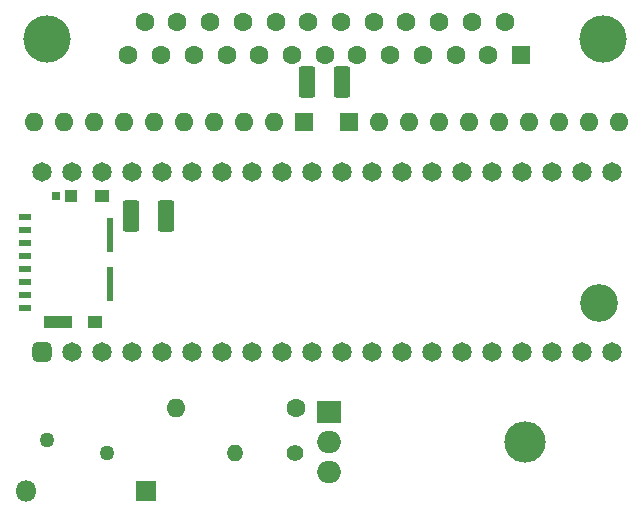
<source format=gbr>
%TF.GenerationSoftware,KiCad,Pcbnew,(6.0.2)*%
%TF.CreationDate,2022-04-06T14:17:41-06:00*%
%TF.ProjectId,DB25m_F4_THTV1,44423235-6d5f-4463-945f-54485456312e,rev?*%
%TF.SameCoordinates,Original*%
%TF.FileFunction,Soldermask,Bot*%
%TF.FilePolarity,Negative*%
%FSLAX46Y46*%
G04 Gerber Fmt 4.6, Leading zero omitted, Abs format (unit mm)*
G04 Created by KiCad (PCBNEW (6.0.2)) date 2022-04-06 14:17:41*
%MOMM*%
%LPD*%
G01*
G04 APERTURE LIST*
G04 Aperture macros list*
%AMRoundRect*
0 Rectangle with rounded corners*
0 $1 Rounding radius*
0 $2 $3 $4 $5 $6 $7 $8 $9 X,Y pos of 4 corners*
0 Add a 4 corners polygon primitive as box body*
4,1,4,$2,$3,$4,$5,$6,$7,$8,$9,$2,$3,0*
0 Add four circle primitives for the rounded corners*
1,1,$1+$1,$2,$3*
1,1,$1+$1,$4,$5*
1,1,$1+$1,$6,$7*
1,1,$1+$1,$8,$9*
0 Add four rect primitives between the rounded corners*
20,1,$1+$1,$2,$3,$4,$5,0*
20,1,$1+$1,$4,$5,$6,$7,0*
20,1,$1+$1,$6,$7,$8,$9,0*
20,1,$1+$1,$8,$9,$2,$3,0*%
G04 Aperture macros list end*
%ADD10C,3.200000*%
%ADD11C,1.270000*%
%ADD12RoundRect,0.412500X0.412500X-0.412500X0.412500X0.412500X-0.412500X0.412500X-0.412500X-0.412500X0*%
%ADD13C,1.650000*%
%ADD14C,1.600000*%
%ADD15O,1.600000X1.600000*%
%ADD16C,1.400000*%
%ADD17O,1.400000X1.400000*%
%ADD18R,1.600000X1.600000*%
%ADD19O,3.500000X3.500000*%
%ADD20R,2.000000X1.905000*%
%ADD21O,2.000000X1.905000*%
%ADD22R,1.800000X1.800000*%
%ADD23O,1.800000X1.800000*%
%ADD24C,4.000000*%
%ADD25RoundRect,0.250001X0.462499X1.074999X-0.462499X1.074999X-0.462499X-1.074999X0.462499X-1.074999X0*%
%ADD26R,0.550000X2.910000*%
%ADD27R,1.000000X0.500000*%
%ADD28R,0.780000X0.720000*%
%ADD29R,1.200000X1.050000*%
%ADD30R,2.390000X1.050000*%
%ADD31R,1.080000X1.050000*%
%ADD32RoundRect,0.250001X-0.462499X-1.074999X0.462499X-1.074999X0.462499X1.074999X-0.462499X1.074999X0*%
G04 APERTURE END LIST*
D10*
%TO.C,REF\u002A\u002A*%
X153421080Y-82265520D03*
%TD*%
D11*
%TO.C,F1*%
X106710000Y-93810000D03*
X111790000Y-94953000D03*
%TD*%
D12*
%TO.C,BP1*%
X106235500Y-86362540D03*
D13*
X108775500Y-86362540D03*
X111315500Y-86362540D03*
X113855500Y-86362540D03*
X116395500Y-86362540D03*
X118935500Y-86362540D03*
X121475500Y-86362540D03*
X124015500Y-86362540D03*
X126555500Y-86362540D03*
X129095500Y-86362540D03*
X131635500Y-86362540D03*
X134175500Y-86362540D03*
X136715500Y-86362540D03*
X139255500Y-86362540D03*
X141795500Y-86362540D03*
X144335500Y-86362540D03*
X146875500Y-86362540D03*
X149415500Y-86362540D03*
X151955500Y-86362540D03*
X154495500Y-86362540D03*
X154495500Y-71122540D03*
X151955500Y-71122540D03*
X149415500Y-71122540D03*
X146875500Y-71122540D03*
X144335500Y-71122540D03*
X141795500Y-71122540D03*
X139255500Y-71122540D03*
X136715500Y-71122540D03*
X134175500Y-71122540D03*
X131635500Y-71122540D03*
X129095500Y-71122540D03*
X126555500Y-71122540D03*
X124015500Y-71122540D03*
X121475500Y-71122540D03*
X118935500Y-71122540D03*
X116395500Y-71122540D03*
X113855500Y-71122540D03*
X111315500Y-71122540D03*
X108775500Y-71122540D03*
X106235500Y-71122540D03*
%TD*%
D14*
%TO.C,R1*%
X127802640Y-91099640D03*
D15*
X117642640Y-91099640D03*
%TD*%
D16*
%TO.C,R2*%
X127675640Y-94973140D03*
D17*
X122595640Y-94973140D03*
%TD*%
D18*
%TO.C,RN1*%
X128426499Y-66917516D03*
D15*
X125886499Y-66917516D03*
X123346499Y-66917516D03*
X120806499Y-66917516D03*
X118266499Y-66917516D03*
X115726499Y-66917516D03*
X113186499Y-66917516D03*
X110646499Y-66917516D03*
X108106499Y-66917516D03*
X105566499Y-66917516D03*
%TD*%
D18*
%TO.C,RN2*%
X132236499Y-66917517D03*
D15*
X134776499Y-66917517D03*
X137316499Y-66917517D03*
X139856499Y-66917517D03*
X142396499Y-66917517D03*
X144936499Y-66917517D03*
X147476499Y-66917517D03*
X150016499Y-66917517D03*
X152556499Y-66917517D03*
X155096499Y-66917517D03*
%TD*%
D19*
%TO.C,U1*%
X147193140Y-94020640D03*
D20*
X130533140Y-91480640D03*
D21*
X130533140Y-94020640D03*
X130533140Y-96560640D03*
%TD*%
D22*
%TO.C,D2*%
X115060000Y-98180000D03*
D23*
X104900000Y-98180000D03*
%TD*%
D24*
%TO.C,J4*%
X153743540Y-59868601D03*
X106643540Y-59868601D03*
D18*
X146813540Y-61288601D03*
D14*
X144043540Y-61288601D03*
X141273540Y-61288601D03*
X138503540Y-61288601D03*
X135733540Y-61288601D03*
X132963540Y-61288601D03*
X130193540Y-61288601D03*
X127423540Y-61288601D03*
X124653540Y-61288601D03*
X121883540Y-61288601D03*
X119113540Y-61288601D03*
X116343540Y-61288601D03*
X113573540Y-61288601D03*
X145428540Y-58448601D03*
X142658540Y-58448601D03*
X139888540Y-58448601D03*
X137118540Y-58448601D03*
X134348540Y-58448601D03*
X131578540Y-58448601D03*
X128808540Y-58448601D03*
X126038540Y-58448601D03*
X123268540Y-58448601D03*
X120498540Y-58448601D03*
X117728540Y-58448601D03*
X114958540Y-58448601D03*
%TD*%
D25*
%TO.C,C3*%
X131683760Y-63578740D03*
X128708760Y-63578740D03*
%TD*%
D26*
%TO.C,J5*%
X112011860Y-80681400D03*
X112011860Y-76491400D03*
D27*
X104776860Y-74986400D03*
X104776860Y-76086400D03*
X104776860Y-77186400D03*
X104776860Y-78286400D03*
X104776860Y-79386400D03*
X104776860Y-80486400D03*
X104776860Y-81586400D03*
X104776860Y-82686400D03*
D28*
X107456860Y-73226400D03*
D29*
X110766860Y-83861400D03*
D30*
X107581860Y-83861400D03*
D29*
X111336860Y-73216400D03*
D31*
X108726860Y-73226400D03*
%TD*%
D32*
%TO.C,C4*%
X113821820Y-74914760D03*
X116796820Y-74914760D03*
%TD*%
M02*

</source>
